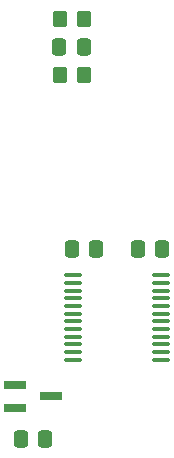
<source format=gbr>
%TF.GenerationSoftware,KiCad,Pcbnew,(6.0.1)*%
%TF.CreationDate,2022-07-06T13:38:45-07:00*%
%TF.ProjectId,mu100-dit,6d753130-302d-4646-9974-2e6b69636164,rev?*%
%TF.SameCoordinates,PX4a25ef0PY4c3f880*%
%TF.FileFunction,Paste,Top*%
%TF.FilePolarity,Positive*%
%FSLAX46Y46*%
G04 Gerber Fmt 4.6, Leading zero omitted, Abs format (unit mm)*
G04 Created by KiCad (PCBNEW (6.0.1)) date 2022-07-06 13:38:45*
%MOMM*%
%LPD*%
G01*
G04 APERTURE LIST*
G04 Aperture macros list*
%AMRoundRect*
0 Rectangle with rounded corners*
0 $1 Rounding radius*
0 $2 $3 $4 $5 $6 $7 $8 $9 X,Y pos of 4 corners*
0 Add a 4 corners polygon primitive as box body*
4,1,4,$2,$3,$4,$5,$6,$7,$8,$9,$2,$3,0*
0 Add four circle primitives for the rounded corners*
1,1,$1+$1,$2,$3*
1,1,$1+$1,$4,$5*
1,1,$1+$1,$6,$7*
1,1,$1+$1,$8,$9*
0 Add four rect primitives between the rounded corners*
20,1,$1+$1,$2,$3,$4,$5,0*
20,1,$1+$1,$4,$5,$6,$7,0*
20,1,$1+$1,$6,$7,$8,$9,0*
20,1,$1+$1,$8,$9,$2,$3,0*%
G04 Aperture macros list end*
%ADD10RoundRect,0.250000X-0.337500X-0.475000X0.337500X-0.475000X0.337500X0.475000X-0.337500X0.475000X0*%
%ADD11RoundRect,0.100000X-0.637500X-0.100000X0.637500X-0.100000X0.637500X0.100000X-0.637500X0.100000X0*%
%ADD12R,1.900000X0.800000*%
%ADD13RoundRect,0.250000X0.337500X0.475000X-0.337500X0.475000X-0.337500X-0.475000X0.337500X-0.475000X0*%
%ADD14RoundRect,0.250000X-0.350000X-0.450000X0.350000X-0.450000X0.350000X0.450000X-0.350000X0.450000X0*%
G04 APERTURE END LIST*
D10*
%TO.C,C3*%
X81292500Y-117227000D03*
X83367500Y-117227000D03*
%TD*%
D11*
%TO.C,U2*%
X85739500Y-103413427D03*
X85739500Y-104063427D03*
X85739500Y-104713427D03*
X85739500Y-105363427D03*
X85739500Y-106013427D03*
X85739500Y-106663427D03*
X85739500Y-107313427D03*
X85739500Y-107963427D03*
X85739500Y-108613427D03*
X85739500Y-109263427D03*
X85739500Y-109913427D03*
X85739500Y-110563427D03*
X93164500Y-110563427D03*
X93164500Y-109913427D03*
X93164500Y-109263427D03*
X93164500Y-108613427D03*
X93164500Y-107963427D03*
X93164500Y-107313427D03*
X93164500Y-106663427D03*
X93164500Y-106013427D03*
X93164500Y-105363427D03*
X93164500Y-104713427D03*
X93164500Y-104063427D03*
X93164500Y-103413427D03*
%TD*%
D10*
%TO.C,C2*%
X91208500Y-101140000D03*
X93283500Y-101140000D03*
%TD*%
D12*
%TO.C,U3*%
X80830000Y-112702000D03*
X80830000Y-114602000D03*
X83830000Y-113652000D03*
%TD*%
D13*
%TO.C,C1*%
X87695500Y-101140000D03*
X85620500Y-101140000D03*
%TD*%
D14*
%TO.C,R1*%
X84628572Y-86452000D03*
X86628572Y-86452000D03*
%TD*%
%TO.C,R2*%
X84628572Y-81702000D03*
X86628572Y-81702000D03*
%TD*%
D13*
%TO.C,C4*%
X86636072Y-84077000D03*
X84561072Y-84077000D03*
%TD*%
M02*

</source>
